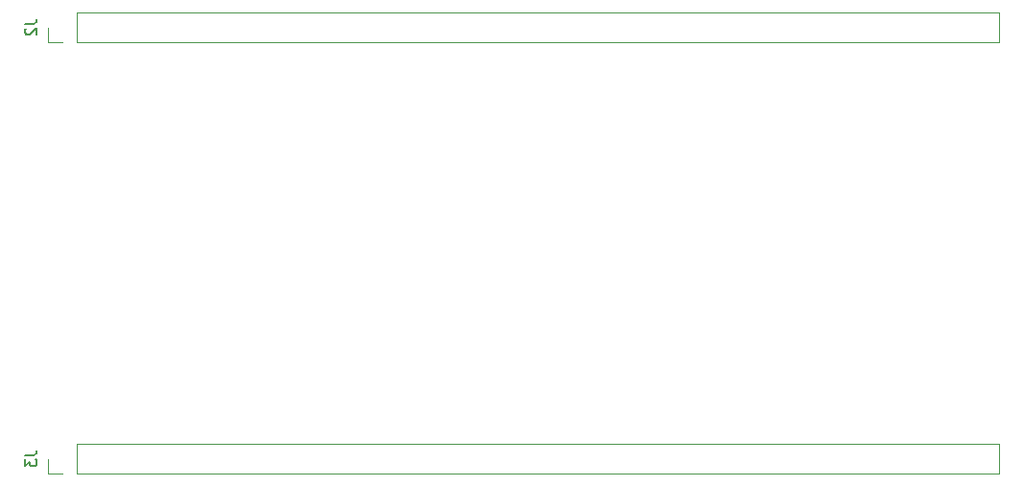
<source format=gbr>
%TF.GenerationSoftware,KiCad,Pcbnew,(6.0.2)*%
%TF.CreationDate,2022-04-08T22:35:16+02:00*%
%TF.ProjectId,main,6d61696e-2e6b-4696-9361-645f70636258,rev?*%
%TF.SameCoordinates,Original*%
%TF.FileFunction,Legend,Bot*%
%TF.FilePolarity,Positive*%
%FSLAX46Y46*%
G04 Gerber Fmt 4.6, Leading zero omitted, Abs format (unit mm)*
G04 Created by KiCad (PCBNEW (6.0.2)) date 2022-04-08 22:35:16*
%MOMM*%
%LPD*%
G01*
G04 APERTURE LIST*
%ADD10C,0.150000*%
%ADD11C,0.120000*%
G04 APERTURE END LIST*
D10*
%TO.C,J2*%
X90662380Y-77136666D02*
X91376666Y-77136666D01*
X91519523Y-77089047D01*
X91614761Y-76993809D01*
X91662380Y-76850952D01*
X91662380Y-76755714D01*
X90757619Y-77565238D02*
X90710000Y-77612857D01*
X90662380Y-77708095D01*
X90662380Y-77946190D01*
X90710000Y-78041428D01*
X90757619Y-78089047D01*
X90852857Y-78136666D01*
X90948095Y-78136666D01*
X91090952Y-78089047D01*
X91662380Y-77517619D01*
X91662380Y-78136666D01*
%TO.C,J3*%
X90662380Y-115236666D02*
X91376666Y-115236666D01*
X91519523Y-115189047D01*
X91614761Y-115093809D01*
X91662380Y-114950952D01*
X91662380Y-114855714D01*
X90662380Y-115617619D02*
X90662380Y-116236666D01*
X91043333Y-115903333D01*
X91043333Y-116046190D01*
X91090952Y-116141428D01*
X91138571Y-116189047D01*
X91233809Y-116236666D01*
X91471904Y-116236666D01*
X91567142Y-116189047D01*
X91614761Y-116141428D01*
X91662380Y-116046190D01*
X91662380Y-115760476D01*
X91614761Y-115665238D01*
X91567142Y-115617619D01*
D11*
%TO.C,J2*%
X92650000Y-78800000D02*
X93980000Y-78800000D01*
X95250000Y-76140000D02*
X176590000Y-76140000D01*
X95250000Y-76140000D02*
X95250000Y-78800000D01*
X176590000Y-76140000D02*
X176590000Y-78800000D01*
X92650000Y-77470000D02*
X92650000Y-78800000D01*
X95250000Y-78800000D02*
X176590000Y-78800000D01*
%TO.C,J3*%
X95250000Y-114240000D02*
X95250000Y-116900000D01*
X92650000Y-116900000D02*
X93980000Y-116900000D01*
X176590000Y-114240000D02*
X176590000Y-116900000D01*
X95250000Y-114240000D02*
X176590000Y-114240000D01*
X92650000Y-115570000D02*
X92650000Y-116900000D01*
X95250000Y-116900000D02*
X176590000Y-116900000D01*
%TD*%
M02*

</source>
